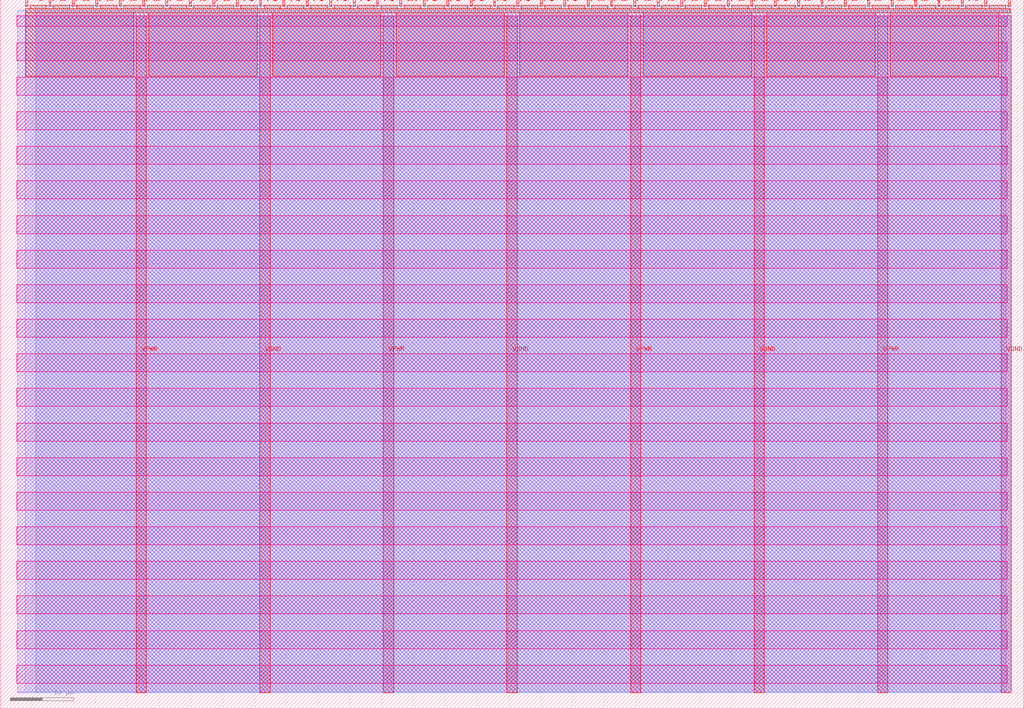
<source format=lef>
VERSION 5.7 ;
  NOWIREEXTENSIONATPIN ON ;
  DIVIDERCHAR "/" ;
  BUSBITCHARS "[]" ;
MACRO tt_um_jleightcap
  CLASS BLOCK ;
  FOREIGN tt_um_jleightcap ;
  ORIGIN 0.000 0.000 ;
  SIZE 161.000 BY 111.520 ;
  PIN VGND
    DIRECTION INOUT ;
    USE GROUND ;
    PORT
      LAYER met4 ;
        RECT 40.830 2.480 42.430 109.040 ;
    END
    PORT
      LAYER met4 ;
        RECT 79.700 2.480 81.300 109.040 ;
    END
    PORT
      LAYER met4 ;
        RECT 118.570 2.480 120.170 109.040 ;
    END
    PORT
      LAYER met4 ;
        RECT 157.440 2.480 159.040 109.040 ;
    END
  END VGND
  PIN VPWR
    DIRECTION INOUT ;
    USE POWER ;
    PORT
      LAYER met4 ;
        RECT 21.395 2.480 22.995 109.040 ;
    END
    PORT
      LAYER met4 ;
        RECT 60.265 2.480 61.865 109.040 ;
    END
    PORT
      LAYER met4 ;
        RECT 99.135 2.480 100.735 109.040 ;
    END
    PORT
      LAYER met4 ;
        RECT 138.005 2.480 139.605 109.040 ;
    END
  END VPWR
  PIN clk
    DIRECTION INPUT ;
    USE SIGNAL ;
    ANTENNAGATEAREA 0.852000 ;
    PORT
      LAYER met4 ;
        RECT 154.870 110.520 155.170 111.520 ;
    END
  END clk
  PIN ena
    DIRECTION INPUT ;
    USE SIGNAL ;
    ANTENNAGATEAREA 0.159000 ;
    PORT
      LAYER met4 ;
        RECT 158.550 110.520 158.850 111.520 ;
    END
  END ena
  PIN rst_n
    DIRECTION INPUT ;
    USE SIGNAL ;
    ANTENNAGATEAREA 0.213000 ;
    PORT
      LAYER met4 ;
        RECT 151.190 110.520 151.490 111.520 ;
    END
  END rst_n
  PIN ui_in[0]
    DIRECTION INPUT ;
    USE SIGNAL ;
    ANTENNAGATEAREA 0.196500 ;
    PORT
      LAYER met4 ;
        RECT 147.510 110.520 147.810 111.520 ;
    END
  END ui_in[0]
  PIN ui_in[1]
    DIRECTION INPUT ;
    USE SIGNAL ;
    ANTENNAGATEAREA 0.213000 ;
    PORT
      LAYER met4 ;
        RECT 143.830 110.520 144.130 111.520 ;
    END
  END ui_in[1]
  PIN ui_in[2]
    DIRECTION INPUT ;
    USE SIGNAL ;
    ANTENNAGATEAREA 0.196500 ;
    PORT
      LAYER met4 ;
        RECT 140.150 110.520 140.450 111.520 ;
    END
  END ui_in[2]
  PIN ui_in[3]
    DIRECTION INPUT ;
    USE SIGNAL ;
    ANTENNAGATEAREA 0.196500 ;
    PORT
      LAYER met4 ;
        RECT 136.470 110.520 136.770 111.520 ;
    END
  END ui_in[3]
  PIN ui_in[4]
    DIRECTION INPUT ;
    USE SIGNAL ;
    ANTENNAGATEAREA 0.196500 ;
    PORT
      LAYER met4 ;
        RECT 132.790 110.520 133.090 111.520 ;
    END
  END ui_in[4]
  PIN ui_in[5]
    DIRECTION INPUT ;
    USE SIGNAL ;
    ANTENNAGATEAREA 0.196500 ;
    PORT
      LAYER met4 ;
        RECT 129.110 110.520 129.410 111.520 ;
    END
  END ui_in[5]
  PIN ui_in[6]
    DIRECTION INPUT ;
    USE SIGNAL ;
    ANTENNAGATEAREA 0.213000 ;
    PORT
      LAYER met4 ;
        RECT 125.430 110.520 125.730 111.520 ;
    END
  END ui_in[6]
  PIN ui_in[7]
    DIRECTION INPUT ;
    USE SIGNAL ;
    ANTENNAGATEAREA 0.159000 ;
    PORT
      LAYER met4 ;
        RECT 121.750 110.520 122.050 111.520 ;
    END
  END ui_in[7]
  PIN uio_in[0]
    DIRECTION INPUT ;
    USE SIGNAL ;
    ANTENNAGATEAREA 0.196500 ;
    PORT
      LAYER met4 ;
        RECT 118.070 110.520 118.370 111.520 ;
    END
  END uio_in[0]
  PIN uio_in[1]
    DIRECTION INPUT ;
    USE SIGNAL ;
    ANTENNAGATEAREA 0.196500 ;
    PORT
      LAYER met4 ;
        RECT 114.390 110.520 114.690 111.520 ;
    END
  END uio_in[1]
  PIN uio_in[2]
    DIRECTION INPUT ;
    USE SIGNAL ;
    ANTENNAGATEAREA 0.196500 ;
    PORT
      LAYER met4 ;
        RECT 110.710 110.520 111.010 111.520 ;
    END
  END uio_in[2]
  PIN uio_in[3]
    DIRECTION INPUT ;
    USE SIGNAL ;
    ANTENNAGATEAREA 0.196500 ;
    PORT
      LAYER met4 ;
        RECT 107.030 110.520 107.330 111.520 ;
    END
  END uio_in[3]
  PIN uio_in[4]
    DIRECTION INPUT ;
    USE SIGNAL ;
    ANTENNAGATEAREA 0.196500 ;
    PORT
      LAYER met4 ;
        RECT 103.350 110.520 103.650 111.520 ;
    END
  END uio_in[4]
  PIN uio_in[5]
    DIRECTION INPUT ;
    USE SIGNAL ;
    ANTENNAGATEAREA 0.213000 ;
    PORT
      LAYER met4 ;
        RECT 99.670 110.520 99.970 111.520 ;
    END
  END uio_in[5]
  PIN uio_in[6]
    DIRECTION INPUT ;
    USE SIGNAL ;
    ANTENNAGATEAREA 0.196500 ;
    PORT
      LAYER met4 ;
        RECT 95.990 110.520 96.290 111.520 ;
    END
  END uio_in[6]
  PIN uio_in[7]
    DIRECTION INPUT ;
    USE SIGNAL ;
    ANTENNAGATEAREA 0.196500 ;
    PORT
      LAYER met4 ;
        RECT 92.310 110.520 92.610 111.520 ;
    END
  END uio_in[7]
  PIN uio_oe[0]
    DIRECTION OUTPUT TRISTATE ;
    USE SIGNAL ;
    ANTENNADIFFAREA 0.445500 ;
    PORT
      LAYER met4 ;
        RECT 29.750 110.520 30.050 111.520 ;
    END
  END uio_oe[0]
  PIN uio_oe[1]
    DIRECTION OUTPUT TRISTATE ;
    USE SIGNAL ;
    ANTENNADIFFAREA 0.445500 ;
    PORT
      LAYER met4 ;
        RECT 26.070 110.520 26.370 111.520 ;
    END
  END uio_oe[1]
  PIN uio_oe[2]
    DIRECTION OUTPUT TRISTATE ;
    USE SIGNAL ;
    ANTENNADIFFAREA 0.445500 ;
    PORT
      LAYER met4 ;
        RECT 22.390 110.520 22.690 111.520 ;
    END
  END uio_oe[2]
  PIN uio_oe[3]
    DIRECTION OUTPUT TRISTATE ;
    USE SIGNAL ;
    ANTENNADIFFAREA 0.445500 ;
    PORT
      LAYER met4 ;
        RECT 18.710 110.520 19.010 111.520 ;
    END
  END uio_oe[3]
  PIN uio_oe[4]
    DIRECTION OUTPUT TRISTATE ;
    USE SIGNAL ;
    ANTENNADIFFAREA 0.445500 ;
    PORT
      LAYER met4 ;
        RECT 15.030 110.520 15.330 111.520 ;
    END
  END uio_oe[4]
  PIN uio_oe[5]
    DIRECTION OUTPUT TRISTATE ;
    USE SIGNAL ;
    ANTENNADIFFAREA 0.445500 ;
    PORT
      LAYER met4 ;
        RECT 11.350 110.520 11.650 111.520 ;
    END
  END uio_oe[5]
  PIN uio_oe[6]
    DIRECTION OUTPUT TRISTATE ;
    USE SIGNAL ;
    ANTENNADIFFAREA 0.445500 ;
    PORT
      LAYER met4 ;
        RECT 7.670 110.520 7.970 111.520 ;
    END
  END uio_oe[6]
  PIN uio_oe[7]
    DIRECTION OUTPUT TRISTATE ;
    USE SIGNAL ;
    ANTENNADIFFAREA 0.445500 ;
    PORT
      LAYER met4 ;
        RECT 3.990 110.520 4.290 111.520 ;
    END
  END uio_oe[7]
  PIN uio_out[0]
    DIRECTION OUTPUT TRISTATE ;
    USE SIGNAL ;
    ANTENNADIFFAREA 0.445500 ;
    PORT
      LAYER met4 ;
        RECT 59.190 110.520 59.490 111.520 ;
    END
  END uio_out[0]
  PIN uio_out[1]
    DIRECTION OUTPUT TRISTATE ;
    USE SIGNAL ;
    ANTENNADIFFAREA 0.445500 ;
    PORT
      LAYER met4 ;
        RECT 55.510 110.520 55.810 111.520 ;
    END
  END uio_out[1]
  PIN uio_out[2]
    DIRECTION OUTPUT TRISTATE ;
    USE SIGNAL ;
    ANTENNADIFFAREA 0.445500 ;
    PORT
      LAYER met4 ;
        RECT 51.830 110.520 52.130 111.520 ;
    END
  END uio_out[2]
  PIN uio_out[3]
    DIRECTION OUTPUT TRISTATE ;
    USE SIGNAL ;
    ANTENNADIFFAREA 0.445500 ;
    PORT
      LAYER met4 ;
        RECT 48.150 110.520 48.450 111.520 ;
    END
  END uio_out[3]
  PIN uio_out[4]
    DIRECTION OUTPUT TRISTATE ;
    USE SIGNAL ;
    ANTENNADIFFAREA 0.445500 ;
    PORT
      LAYER met4 ;
        RECT 44.470 110.520 44.770 111.520 ;
    END
  END uio_out[4]
  PIN uio_out[5]
    DIRECTION OUTPUT TRISTATE ;
    USE SIGNAL ;
    ANTENNADIFFAREA 0.445500 ;
    PORT
      LAYER met4 ;
        RECT 40.790 110.520 41.090 111.520 ;
    END
  END uio_out[5]
  PIN uio_out[6]
    DIRECTION OUTPUT TRISTATE ;
    USE SIGNAL ;
    ANTENNADIFFAREA 0.445500 ;
    PORT
      LAYER met4 ;
        RECT 37.110 110.520 37.410 111.520 ;
    END
  END uio_out[6]
  PIN uio_out[7]
    DIRECTION OUTPUT TRISTATE ;
    USE SIGNAL ;
    ANTENNADIFFAREA 0.445500 ;
    PORT
      LAYER met4 ;
        RECT 33.430 110.520 33.730 111.520 ;
    END
  END uio_out[7]
  PIN uo_out[0]
    DIRECTION OUTPUT TRISTATE ;
    USE SIGNAL ;
    ANTENNADIFFAREA 0.453750 ;
    PORT
      LAYER met4 ;
        RECT 88.630 110.520 88.930 111.520 ;
    END
  END uo_out[0]
  PIN uo_out[1]
    DIRECTION OUTPUT TRISTATE ;
    USE SIGNAL ;
    ANTENNADIFFAREA 0.453750 ;
    PORT
      LAYER met4 ;
        RECT 84.950 110.520 85.250 111.520 ;
    END
  END uo_out[1]
  PIN uo_out[2]
    DIRECTION OUTPUT TRISTATE ;
    USE SIGNAL ;
    ANTENNADIFFAREA 0.453750 ;
    PORT
      LAYER met4 ;
        RECT 81.270 110.520 81.570 111.520 ;
    END
  END uo_out[2]
  PIN uo_out[3]
    DIRECTION OUTPUT TRISTATE ;
    USE SIGNAL ;
    ANTENNADIFFAREA 0.453750 ;
    PORT
      LAYER met4 ;
        RECT 77.590 110.520 77.890 111.520 ;
    END
  END uo_out[3]
  PIN uo_out[4]
    DIRECTION OUTPUT TRISTATE ;
    USE SIGNAL ;
    ANTENNADIFFAREA 0.453750 ;
    PORT
      LAYER met4 ;
        RECT 73.910 110.520 74.210 111.520 ;
    END
  END uo_out[4]
  PIN uo_out[5]
    DIRECTION OUTPUT TRISTATE ;
    USE SIGNAL ;
    ANTENNADIFFAREA 0.453750 ;
    PORT
      LAYER met4 ;
        RECT 70.230 110.520 70.530 111.520 ;
    END
  END uo_out[5]
  PIN uo_out[6]
    DIRECTION OUTPUT TRISTATE ;
    USE SIGNAL ;
    ANTENNADIFFAREA 0.453750 ;
    PORT
      LAYER met4 ;
        RECT 66.550 110.520 66.850 111.520 ;
    END
  END uo_out[6]
  PIN uo_out[7]
    DIRECTION OUTPUT TRISTATE ;
    USE SIGNAL ;
    ANTENNADIFFAREA 0.453750 ;
    PORT
      LAYER met4 ;
        RECT 62.870 110.520 63.170 111.520 ;
    END
  END uo_out[7]
  OBS
      LAYER nwell ;
        RECT 2.570 107.385 158.430 108.990 ;
        RECT 2.570 101.945 158.430 104.775 ;
        RECT 2.570 96.505 158.430 99.335 ;
        RECT 2.570 91.065 158.430 93.895 ;
        RECT 2.570 85.625 158.430 88.455 ;
        RECT 2.570 80.185 158.430 83.015 ;
        RECT 2.570 74.745 158.430 77.575 ;
        RECT 2.570 69.305 158.430 72.135 ;
        RECT 2.570 63.865 158.430 66.695 ;
        RECT 2.570 58.425 158.430 61.255 ;
        RECT 2.570 52.985 158.430 55.815 ;
        RECT 2.570 47.545 158.430 50.375 ;
        RECT 2.570 42.105 158.430 44.935 ;
        RECT 2.570 36.665 158.430 39.495 ;
        RECT 2.570 31.225 158.430 34.055 ;
        RECT 2.570 25.785 158.430 28.615 ;
        RECT 2.570 20.345 158.430 23.175 ;
        RECT 2.570 14.905 158.430 17.735 ;
        RECT 2.570 9.465 158.430 12.295 ;
        RECT 2.570 4.025 158.430 6.855 ;
      LAYER li1 ;
        RECT 2.760 2.635 158.240 108.885 ;
      LAYER met1 ;
        RECT 2.760 2.480 159.040 109.780 ;
      LAYER met2 ;
        RECT 5.610 2.535 159.010 110.685 ;
      LAYER met3 ;
        RECT 3.950 2.555 159.030 110.665 ;
      LAYER met4 ;
        RECT 4.690 110.120 7.270 110.665 ;
        RECT 8.370 110.120 10.950 110.665 ;
        RECT 12.050 110.120 14.630 110.665 ;
        RECT 15.730 110.120 18.310 110.665 ;
        RECT 19.410 110.120 21.990 110.665 ;
        RECT 23.090 110.120 25.670 110.665 ;
        RECT 26.770 110.120 29.350 110.665 ;
        RECT 30.450 110.120 33.030 110.665 ;
        RECT 34.130 110.120 36.710 110.665 ;
        RECT 37.810 110.120 40.390 110.665 ;
        RECT 41.490 110.120 44.070 110.665 ;
        RECT 45.170 110.120 47.750 110.665 ;
        RECT 48.850 110.120 51.430 110.665 ;
        RECT 52.530 110.120 55.110 110.665 ;
        RECT 56.210 110.120 58.790 110.665 ;
        RECT 59.890 110.120 62.470 110.665 ;
        RECT 63.570 110.120 66.150 110.665 ;
        RECT 67.250 110.120 69.830 110.665 ;
        RECT 70.930 110.120 73.510 110.665 ;
        RECT 74.610 110.120 77.190 110.665 ;
        RECT 78.290 110.120 80.870 110.665 ;
        RECT 81.970 110.120 84.550 110.665 ;
        RECT 85.650 110.120 88.230 110.665 ;
        RECT 89.330 110.120 91.910 110.665 ;
        RECT 93.010 110.120 95.590 110.665 ;
        RECT 96.690 110.120 99.270 110.665 ;
        RECT 100.370 110.120 102.950 110.665 ;
        RECT 104.050 110.120 106.630 110.665 ;
        RECT 107.730 110.120 110.310 110.665 ;
        RECT 111.410 110.120 113.990 110.665 ;
        RECT 115.090 110.120 117.670 110.665 ;
        RECT 118.770 110.120 121.350 110.665 ;
        RECT 122.450 110.120 125.030 110.665 ;
        RECT 126.130 110.120 128.710 110.665 ;
        RECT 129.810 110.120 132.390 110.665 ;
        RECT 133.490 110.120 136.070 110.665 ;
        RECT 137.170 110.120 139.750 110.665 ;
        RECT 140.850 110.120 143.430 110.665 ;
        RECT 144.530 110.120 147.110 110.665 ;
        RECT 148.210 110.120 150.790 110.665 ;
        RECT 151.890 110.120 154.470 110.665 ;
        RECT 155.570 110.120 158.150 110.665 ;
        RECT 3.975 109.440 158.865 110.120 ;
        RECT 3.975 99.455 20.995 109.440 ;
        RECT 23.395 99.455 40.430 109.440 ;
        RECT 42.830 99.455 59.865 109.440 ;
        RECT 62.265 99.455 79.300 109.440 ;
        RECT 81.700 99.455 98.735 109.440 ;
        RECT 101.135 99.455 118.170 109.440 ;
        RECT 120.570 99.455 137.605 109.440 ;
        RECT 140.005 99.455 157.040 109.440 ;
  END
END tt_um_jleightcap
END LIBRARY


</source>
